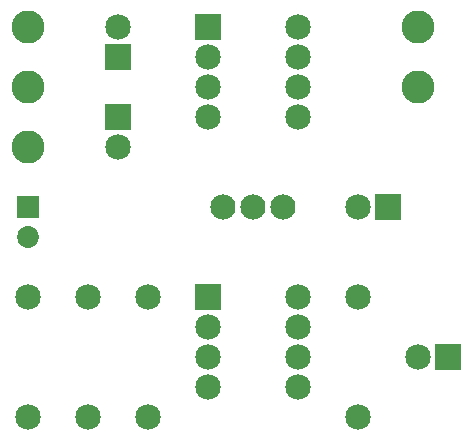
<source format=gbs>
G04 MADE WITH FRITZING*
G04 WWW.FRITZING.ORG*
G04 SINGLE SIDED*
G04 HOLES NOT PLATED*
G04 CONTOUR ON CENTER OF CONTOUR VECTOR*
%ASAXBY*%
%FSLAX23Y23*%
%MOIN*%
%OFA0B0*%
%SFA1.0B1.0*%
%ADD10C,0.085000*%
%ADD11C,0.072992*%
%ADD12C,0.109583*%
%ADD13C,0.084000*%
%ADD14R,0.085000X0.085000*%
%ADD15R,0.072992X0.072992*%
%LNMASK0*%
G90*
G70*
G54D10*
X1400Y901D03*
X1300Y901D03*
X1600Y401D03*
X1500Y401D03*
G54D11*
X200Y899D03*
X200Y801D03*
G54D10*
X500Y1401D03*
X500Y1501D03*
X500Y1201D03*
X500Y1101D03*
G54D12*
X200Y1501D03*
X200Y1301D03*
X200Y1101D03*
G54D10*
X1300Y601D03*
X1300Y201D03*
X400Y201D03*
X400Y601D03*
X600Y601D03*
X600Y201D03*
X800Y601D03*
X1100Y601D03*
X800Y501D03*
X1100Y501D03*
X800Y401D03*
X1100Y401D03*
X800Y301D03*
X1100Y301D03*
X200Y201D03*
X200Y601D03*
G54D13*
X1050Y901D03*
X950Y901D03*
X850Y901D03*
G54D10*
X800Y1501D03*
X1100Y1501D03*
X800Y1401D03*
X1100Y1401D03*
X800Y1301D03*
X1100Y1301D03*
X800Y1201D03*
X1100Y1201D03*
G54D12*
X1500Y1301D03*
X1500Y1501D03*
G54D14*
X1400Y901D03*
X1600Y401D03*
G54D15*
X200Y899D03*
G54D14*
X500Y1401D03*
X500Y1201D03*
X800Y601D03*
X800Y1501D03*
G04 End of Mask0*
M02*
</source>
